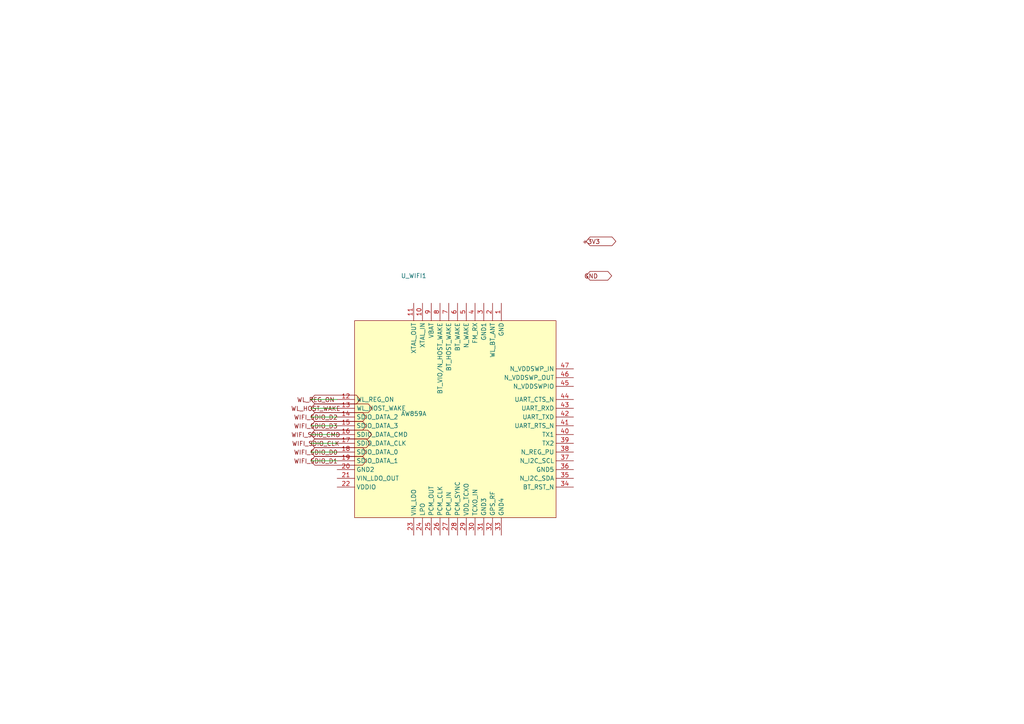
<source format=kicad_sch>
(kicad_sch (version 20231120) (generator "eeschema") (generator_version "8.0")
  (paper "A4")
  (lib_symbols
    (symbol "H616_lib:AW859A"
      (property "Reference" "U" (at -16.51 8.255 0))
      (symbol "AW859A_1_1"
        (rectangle (start -17.145 6.985) (end 41.275 -50.165) (fill (type background)))
        (pin input line (at 25.4 12.065 270) (length 5.08) (name "GND") (number "1"))
        (pin input line (at 2.54 12.065 270) (length 5.08) (name "XTAL_IN") (number "10"))
        (pin input line (at 0 12.065 270) (length 5.08) (name "XTAL_OUT") (number "11"))
        (pin input line (at -22.225 -15.875 0) (length 5.08) (name "WL_REG_ON") (number "12"))
        (pin input line (at -22.225 -18.415 0) (length 5.08) (name "WL_HOST_WAKE") (number "13"))
        (pin input line (at -22.225 -20.955 0) (length 5.08) (name "SDIO_DATA_2") (number "14"))
        (pin input line (at -22.225 -23.495 0) (length 5.08) (name "SDIO_DATA_3") (number "15"))
        (pin input line (at -22.225 -26.035 0) (length 5.08) (name "SDIO_DATA_CMD") (number "16"))
        (pin input line (at -22.225 -28.575 0) (length 5.08) (name "SDIO_DATA_CLK") (number "17"))
        (pin input line (at -22.225 -31.115 0) (length 5.08) (name "SDIO_DATA_0") (number "18"))
        (pin input line (at -22.225 -33.655 0) (length 5.08) (name "SDIO_DATA_1") (number "19"))
        (pin input line (at 22.86 12.065 270) (length 5.08) (name "WL_BT_ANT") (number "2"))
        (pin input line (at -22.225 -36.195 0) (length 5.08) (name "GND2") (number "20"))
        (pin input line (at -22.225 -38.735 0) (length 5.08) (name "VIN_LDO_OUT") (number "21"))
        (pin input line (at -22.225 -41.275 0) (length 5.08) (name "VDDIO") (number "22"))
        (pin input line (at 0 -55.245 90) (length 5.08) (name "VIN_LDO") (number "23"))
        (pin input line (at 2.54 -55.245 90) (length 5.08) (name "LPO") (number "24"))
        (pin input line (at 5.08 -55.245 90) (length 5.08) (name "PCM_OUT") (number "25"))
        (pin input line (at 7.62 -55.245 90) (length 5.08) (name "PCM_CLK") (number "26"))
        (pin input line (at 10.16 -55.245 90) (length 5.08) (name "PCM_IN") (number "27"))
        (pin input line (at 12.7 -55.245 90) (length 5.08) (name "PCM_SYNC") (number "28"))
        (pin input line (at 15.24 -55.245 90) (length 5.08) (name "VDD_TCXO") (number "29"))
        (pin input line (at 20.32 12.065 270) (length 5.08) (name "GND1") (number "3"))
        (pin input line (at 17.78 -55.245 90) (length 5.08) (name "TCXO_IN") (number "30"))
        (pin input line (at 20.32 -55.245 90) (length 5.08) (name "GND3") (number "31"))
        (pin input line (at 22.86 -55.245 90) (length 5.08) (name "GPS_RF") (number "32"))
        (pin input line (at 25.4 -55.245 90) (length 5.08) (name "GND4") (number "33"))
        (pin input line (at 46.355 -41.275 180) (length 5.08) (name "BT_RST_N") (number "34"))
        (pin input line (at 46.355 -38.735 180) (length 5.08) (name "N_I2C_SDA") (number "35"))
        (pin input line (at 46.355 -36.195 180) (length 5.08) (name "GND5") (number "36"))
        (pin input line (at 46.355 -33.655 180) (length 5.08) (name "N_I2C_SCL") (number "37"))
        (pin input line (at 46.355 -31.115 180) (length 5.08) (name "N_REG_PU") (number "38"))
        (pin input line (at 46.355 -28.575 180) (length 5.08) (name "TX2") (number "39"))
        (pin input line (at 17.78 12.065 270) (length 5.08) (name "FM_RX") (number "4"))
        (pin input line (at 46.355 -26.035 180) (length 5.08) (name "TX1") (number "40"))
        (pin input line (at 46.355 -23.495 180) (length 5.08) (name "UART_RTS_N") (number "41"))
        (pin input line (at 46.355 -20.955 180) (length 5.08) (name "UART_TXD") (number "42"))
        (pin input line (at 46.355 -18.415 180) (length 5.08) (name "UART_RXD") (number "43"))
        (pin input line (at 46.355 -15.875 180) (length 5.08) (name "UART_CTS_N") (number "44"))
        (pin input line (at 46.355 -12.065 180) (length 5.08) (name "N_VDDSWPIO") (number "45"))
        (pin input line (at 46.355 -9.525 180) (length 5.08) (name "N_VDDSWP_OUT") (number "46"))
        (pin input line (at 46.355 -6.985 180) (length 5.08) (name "N_VDDSWP_IN") (number "47"))
        (pin input line (at 15.24 12.065 270) (length 5.08) (name "N_WAKE") (number "5"))
        (pin input line (at 12.7 12.065 270) (length 5.08) (name "BT_WAKE") (number "6"))
        (pin input line (at 10.16 12.065 270) (length 5.08) (name "BT_HOST_WAKE") (number "7"))
        (pin input line (at 7.62 12.065 270) (length 5.08) (name "BT_VIO/N_HOST_WAKE") (number "8"))
        (pin input line (at 5.08 12.065 270) (length 5.08) (name "VBAT") (number "9"))
      )
    )
  )
  (symbol (lib_id "H616_lib:AW859A") (at 120 100 0) (unit 1) (exclude_from_sim yes)
    (property "Reference" "U_WIFI1" (at 120 80 0))
    (property "Value" "AW859A" (at 120 120 0))
  )
  (wire (pts (xy 97.775 128.575) (xy 90.155 128.575)))
  (global_label "WIFI_SDIO_CLK" (at 90.155 128.575 180))
  (wire (pts (xy 97.775 126.035) (xy 90.155 126.035)))
  (global_label "WIFI_SDIO_CMD" (at 90.155 126.035 180))
  (wire (pts (xy 97.775 131.115) (xy 90.155 131.115)))
  (global_label "WIFI_SDIO_D0" (at 90.155 131.115 180))
  (wire (pts (xy 97.775 133.655) (xy 90.155 133.655)))
  (global_label "WIFI_SDIO_D1" (at 90.155 133.655 180))
  (wire (pts (xy 97.775 120.955) (xy 90.155 120.955)))
  (global_label "WIFI_SDIO_D2" (at 90.155 120.955 180))
  (wire (pts (xy 97.775 123.495) (xy 90.155 123.495)))
  (global_label "WIFI_SDIO_D3" (at 90.155 123.495 180))
  (wire (pts (xy 97.775 115.875) (xy 90.155 115.875)))
  (global_label "WL_REG_ON" (at 90.155 115.875 180))
  (wire (pts (xy 97.775 118.415) (xy 90.155 118.415)))
  (global_label "WL_HOST_WAKE" (at 90.155 118.415 180))
  (global_label "+3V3" (at 170 70 0))
  (global_label "GND" (at 170 80 0))
)
</source>
